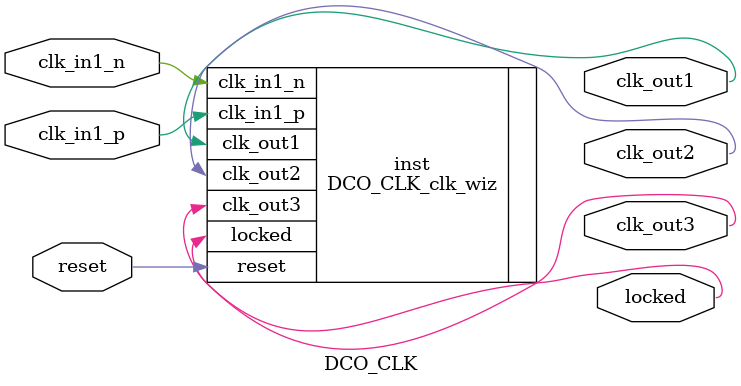
<source format=v>


`timescale 1ps/1ps

(* CORE_GENERATION_INFO = "DCO_CLK,clk_wiz_v6_0_4_0_0,{component_name=DCO_CLK,use_phase_alignment=true,use_min_o_jitter=false,use_max_i_jitter=false,use_dyn_phase_shift=false,use_inclk_switchover=false,use_dyn_reconfig=false,enable_axi=0,feedback_source=FDBK_AUTO,PRIMITIVE=MMCM,num_out_clk=3,clkin1_period=5.000,clkin2_period=10.0,use_power_down=false,use_reset=true,use_locked=true,use_inclk_stopped=false,feedback_type=SINGLE,CLOCK_MGR_TYPE=NA,manual_override=false}" *)

module DCO_CLK 
 (
  // Clock out ports
  output        clk_out1,
  output        clk_out2,
  output        clk_out3,
  // Status and control signals
  input         reset,
  output        locked,
 // Clock in ports
  input         clk_in1_p,
  input         clk_in1_n
 );

  DCO_CLK_clk_wiz inst
  (
  // Clock out ports  
  .clk_out1(clk_out1),
  .clk_out2(clk_out2),
  .clk_out3(clk_out3),
  // Status and control signals               
  .reset(reset), 
  .locked(locked),
 // Clock in ports
  .clk_in1_p(clk_in1_p),
  .clk_in1_n(clk_in1_n)
  );

endmodule

</source>
